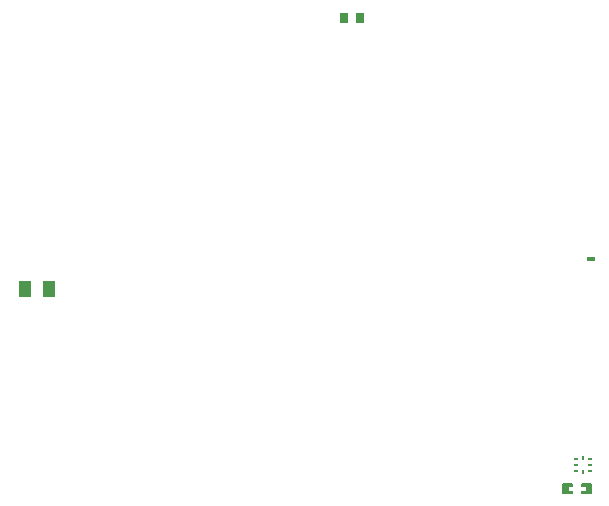
<source format=gtp>
G04 Layer: TopPasteMaskLayer*
G04 EasyEDA v6.5.50, 2025-07-25 16:42:57*
G04 3a3b6a04c29d476bbc4f7cc3e832e921,42856f5ad3ae403ab08d0c24e8ee34dd,10*
G04 Gerber Generator version 0.2*
G04 Scale: 100 percent, Rotated: No, Reflected: No *
G04 Dimensions in inches *
G04 leading zeros omitted , absolute positions ,3 integer and 6 decimal *
%FSLAX36Y36*%
%MOIN*%

%AMMACRO1*21,1,$1,$2,0,0,$3*%
%ADD10R,0.0295X0.0118*%
%ADD11R,0.0315X0.0354*%
%ADD12MACRO1,0.0394X0.0551X0.0000*%
%ADD13R,0.0394X0.0551*%
%ADD14R,0.0087X0.0157*%
%ADD15R,0.0157X0.0087*%
%ADD16R,0.0157X0.0110*%
%ADD17R,0.0168X0.0110*%

%LPD*%
G36*
X2690560Y477720D02*
G01*
X2688580Y475740D01*
X2688580Y466780D01*
X2703140Y466780D01*
X2703140Y453780D01*
X2688580Y453780D01*
X2688580Y444260D01*
X2690560Y442280D01*
X2722040Y442280D01*
X2724020Y444260D01*
X2724020Y475740D01*
X2722040Y477720D01*
G37*
G36*
X2627960Y477720D02*
G01*
X2625980Y475740D01*
X2625980Y444260D01*
X2627960Y442280D01*
X2659440Y442280D01*
X2661420Y444260D01*
X2661420Y453220D01*
X2646860Y453220D01*
X2646860Y466220D01*
X2661420Y466220D01*
X2661420Y475740D01*
X2659440Y477720D01*
G37*
D10*
G01*
X2720000Y1225000D03*
D11*
G01*
X1952560Y2030000D03*
G01*
X1897439Y2030000D03*
D12*
G01*
X833649Y1125000D03*
D13*
G01*
X916350Y1125000D03*
D14*
G01*
X2695000Y563620D03*
D15*
G01*
X2718620Y559679D03*
G01*
X2718620Y540000D03*
G01*
X2718620Y520309D03*
D14*
G01*
X2695000Y516379D03*
D15*
G01*
X2671379Y520320D03*
G01*
X2671379Y540000D03*
D16*
G01*
X2671379Y559679D03*
M02*

</source>
